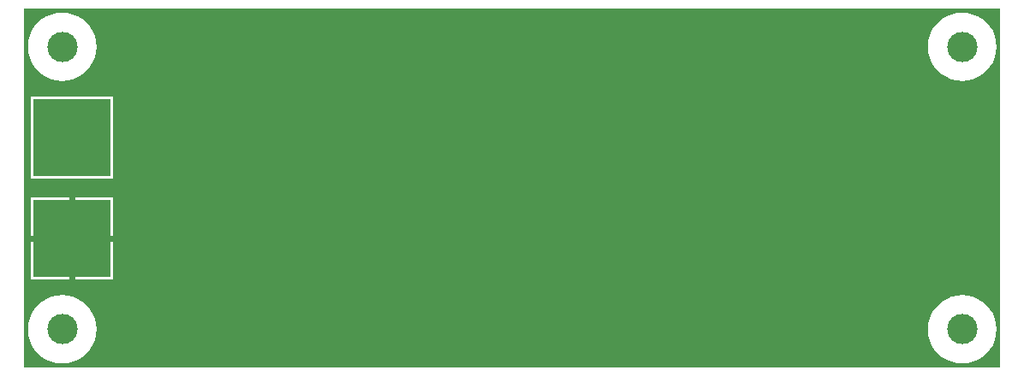
<source format=gbl>
G04*
G04 #@! TF.GenerationSoftware,Altium Limited,Altium Designer,19.0.15 (446)*
G04*
G04 Layer_Physical_Order=2*
G04 Layer_Color=16711680*
%FSLAX25Y25*%
%MOIN*%
G70*
G01*
G75*
%ADD21C,0.02400*%
%ADD22C,0.00500*%
%ADD25C,0.11811*%
%ADD26R,0.30000X0.30000*%
%ADD27C,0.05000*%
G36*
X380870Y1020D02*
X1020Y1020D01*
X1020Y140713D01*
X380870Y140713D01*
X380870Y1020D01*
D02*
G37*
%LPC*%
G36*
X366142Y139336D02*
X364053Y139172D01*
X362016Y138683D01*
X360080Y137881D01*
X358294Y136786D01*
X356700Y135426D01*
X355340Y133833D01*
X354245Y132046D01*
X353443Y130110D01*
X352954Y128073D01*
X352790Y125984D01*
X352954Y123896D01*
X353443Y121858D01*
X354245Y119922D01*
X355340Y118136D01*
X356700Y116543D01*
X358294Y115182D01*
X360080Y114087D01*
X362016Y113286D01*
X364053Y112796D01*
X366142Y112632D01*
X368231Y112796D01*
X370268Y113286D01*
X372203Y114087D01*
X373990Y115182D01*
X375583Y116543D01*
X376944Y118136D01*
X378039Y119922D01*
X378840Y121858D01*
X379329Y123896D01*
X379494Y125984D01*
X379329Y128073D01*
X378840Y130110D01*
X378039Y132046D01*
X376944Y133833D01*
X375583Y135426D01*
X373990Y136786D01*
X372203Y137881D01*
X370268Y138683D01*
X368231Y139172D01*
X366142Y139336D01*
D02*
G37*
G36*
X15748D02*
X13659Y139172D01*
X11622Y138683D01*
X9686Y137881D01*
X7900Y136786D01*
X6307Y135426D01*
X4946Y133833D01*
X3851Y132046D01*
X3049Y130110D01*
X2560Y128073D01*
X2396Y125984D01*
X2560Y123896D01*
X3049Y121858D01*
X3851Y119922D01*
X4946Y118136D01*
X6307Y116543D01*
X7900Y115182D01*
X9686Y114087D01*
X11622Y113286D01*
X13659Y112796D01*
X15748Y112632D01*
X17837Y112796D01*
X19874Y113286D01*
X21810Y114087D01*
X23596Y115182D01*
X25189Y116543D01*
X26550Y118136D01*
X27645Y119922D01*
X28447Y121858D01*
X28936Y123896D01*
X29100Y125984D01*
X28936Y128073D01*
X28447Y130110D01*
X27645Y132046D01*
X26550Y133833D01*
X25189Y135426D01*
X23596Y136786D01*
X21810Y137881D01*
X19874Y138683D01*
X17837Y139172D01*
X15748Y139336D01*
D02*
G37*
G36*
X35685Y106551D02*
X3685D01*
Y74551D01*
X35685D01*
Y106551D01*
D02*
G37*
G36*
Y67181D02*
X20185D01*
Y51681D01*
X35685D01*
Y67181D01*
D02*
G37*
G36*
X19185D02*
X3685D01*
Y51681D01*
X19185D01*
Y67181D01*
D02*
G37*
G36*
X35685Y50681D02*
X20185D01*
Y35181D01*
X35685D01*
Y50681D01*
D02*
G37*
G36*
X19185D02*
X3685D01*
Y35181D01*
X19185D01*
Y50681D01*
D02*
G37*
G36*
X366142Y29100D02*
X364053Y28936D01*
X362016Y28447D01*
X360080Y27645D01*
X358294Y26550D01*
X356700Y25189D01*
X355340Y23596D01*
X354245Y21810D01*
X353443Y19874D01*
X352954Y17837D01*
X352790Y15748D01*
X352954Y13659D01*
X353443Y11622D01*
X354245Y9686D01*
X355340Y7900D01*
X356700Y6307D01*
X358294Y4946D01*
X360080Y3851D01*
X362016Y3049D01*
X364053Y2560D01*
X366142Y2396D01*
X368231Y2560D01*
X370268Y3049D01*
X372203Y3851D01*
X373990Y4946D01*
X375583Y6307D01*
X376944Y7900D01*
X378039Y9686D01*
X378840Y11622D01*
X379329Y13659D01*
X379494Y15748D01*
X379329Y17837D01*
X378840Y19874D01*
X378039Y21810D01*
X376944Y23596D01*
X375583Y25189D01*
X373990Y26550D01*
X372203Y27645D01*
X370268Y28447D01*
X368231Y28936D01*
X366142Y29100D01*
D02*
G37*
G36*
X15748D02*
X13659Y28936D01*
X11622Y28447D01*
X9686Y27645D01*
X7900Y26550D01*
X6307Y25189D01*
X4946Y23596D01*
X3851Y21810D01*
X3049Y19874D01*
X2560Y17837D01*
X2396Y15748D01*
X2560Y13659D01*
X3049Y11622D01*
X3851Y9686D01*
X4946Y7900D01*
X6307Y6307D01*
X7900Y4946D01*
X9686Y3851D01*
X11622Y3049D01*
X13659Y2560D01*
X15748Y2396D01*
X17837Y2560D01*
X19874Y3049D01*
X21810Y3851D01*
X23596Y4946D01*
X25189Y6307D01*
X26550Y7900D01*
X27645Y9686D01*
X28447Y11622D01*
X28936Y13659D01*
X29100Y15748D01*
X28936Y17837D01*
X28447Y19874D01*
X27645Y21810D01*
X26550Y23596D01*
X25189Y25189D01*
X23596Y26550D01*
X21810Y27645D01*
X19874Y28447D01*
X17837Y28936D01*
X15748Y29100D01*
D02*
G37*
%LPD*%
D21*
X19681Y51181D02*
Y71315D01*
Y50000D02*
Y51181D01*
X19685D01*
X19504D02*
X19681D01*
X2500D02*
X19504D01*
Y54681D01*
Y32000D02*
Y51181D01*
X19685D02*
X41000D01*
D22*
X326000Y72000D02*
Y130000D01*
X250000Y72000D02*
X326000D01*
X250000Y7000D02*
Y72000D01*
X326000Y72000D02*
X375000D01*
X41000Y129500D02*
X325500D01*
X326000Y130000D01*
X41000Y51181D02*
Y129500D01*
D25*
X366142Y15748D02*
D03*
Y125984D02*
D03*
X15748D02*
D03*
Y15748D02*
D03*
D26*
X19685Y51181D02*
D03*
Y90551D02*
D03*
D27*
X375000Y54000D02*
D03*
Y72000D02*
D03*
Y89500D02*
D03*
X155000Y7000D02*
D03*
X41000Y129500D02*
D03*
Y7000D02*
D03*
X326000Y130000D02*
D03*
X250000Y7000D02*
D03*
M02*

</source>
